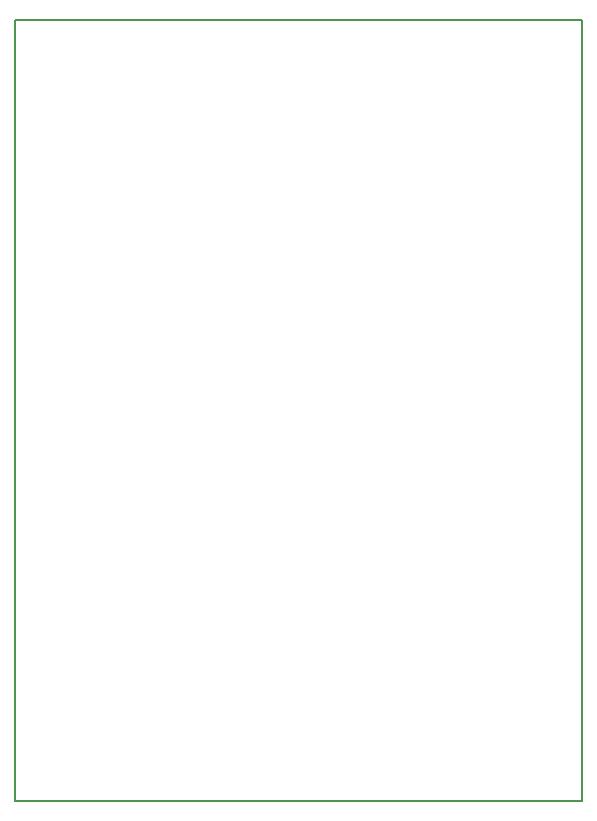
<source format=gm1>
G04 #@! TF.GenerationSoftware,KiCad,Pcbnew,(5.1.6-0)*
G04 #@! TF.CreationDate,2020-06-20T23:38:09-05:00*
G04 #@! TF.ProjectId,vectrex-cartridge,76656374-7265-4782-9d63-617274726964,v1.0*
G04 #@! TF.SameCoordinates,Original*
G04 #@! TF.FileFunction,Profile,NP*
%FSLAX46Y46*%
G04 Gerber Fmt 4.6, Leading zero omitted, Abs format (unit mm)*
G04 Created by KiCad (PCBNEW (5.1.6-0)) date 2020-06-20 23:38:09*
%MOMM*%
%LPD*%
G01*
G04 APERTURE LIST*
G04 #@! TA.AperFunction,Profile*
%ADD10C,0.150000*%
G04 #@! TD*
G04 APERTURE END LIST*
D10*
X165700000Y-70700000D02*
X117700000Y-70700000D01*
X117700000Y-70700000D02*
X117700000Y-136800000D01*
X117700000Y-136800000D02*
X165700000Y-136800000D01*
X165700000Y-136800000D02*
X165700000Y-70700000D01*
M02*

</source>
